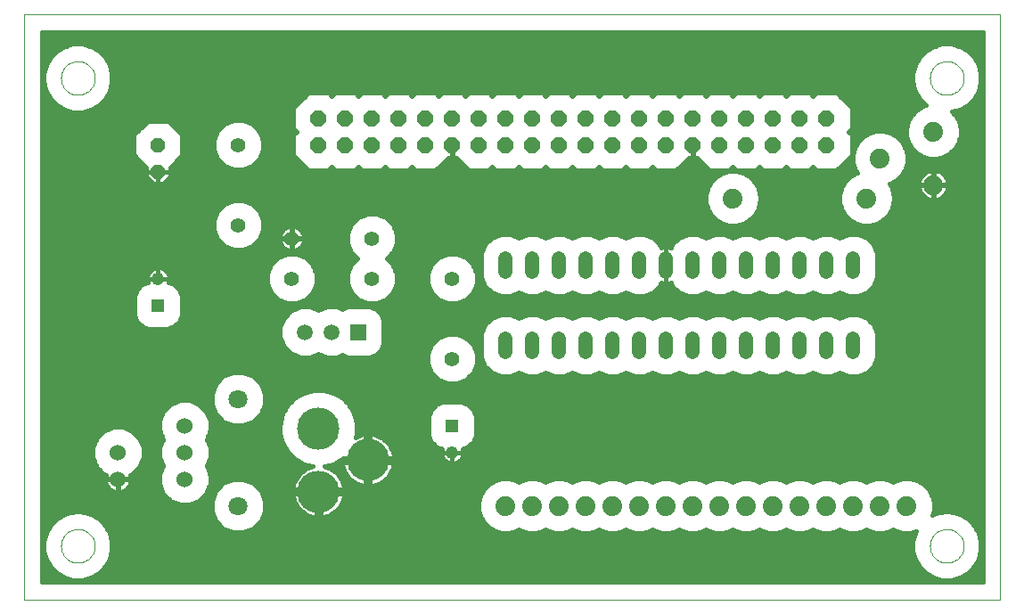
<source format=gtl>
G75*
%MOIN*%
%OFA0B0*%
%FSLAX24Y24*%
%IPPOS*%
%LPD*%
%AMOC8*
5,1,8,0,0,1.08239X$1,22.5*
%
%ADD10C,0.0000*%
%ADD11C,0.0600*%
%ADD12C,0.0554*%
%ADD13C,0.0476*%
%ADD14R,0.0476X0.0476*%
%ADD15OC8,0.0520*%
%ADD16R,0.0594X0.0594*%
%ADD17C,0.0594*%
%ADD18C,0.1580*%
%ADD19C,0.0709*%
%ADD20C,0.0520*%
%ADD21OC8,0.0600*%
%ADD22C,0.0740*%
%ADD23C,0.0160*%
%ADD24R,0.0396X0.0396*%
D10*
X000180Y000680D02*
X000180Y022550D01*
X036672Y022550D01*
X036672Y000680D01*
X000180Y000680D01*
X001550Y002680D02*
X001552Y002730D01*
X001558Y002780D01*
X001568Y002829D01*
X001582Y002877D01*
X001599Y002924D01*
X001620Y002969D01*
X001645Y003013D01*
X001673Y003054D01*
X001705Y003093D01*
X001739Y003130D01*
X001776Y003164D01*
X001816Y003194D01*
X001858Y003221D01*
X001902Y003245D01*
X001948Y003266D01*
X001995Y003282D01*
X002043Y003295D01*
X002093Y003304D01*
X002142Y003309D01*
X002193Y003310D01*
X002243Y003307D01*
X002292Y003300D01*
X002341Y003289D01*
X002389Y003274D01*
X002435Y003256D01*
X002480Y003234D01*
X002523Y003208D01*
X002564Y003179D01*
X002603Y003147D01*
X002639Y003112D01*
X002671Y003074D01*
X002701Y003034D01*
X002728Y002991D01*
X002751Y002947D01*
X002770Y002901D01*
X002786Y002853D01*
X002798Y002804D01*
X002806Y002755D01*
X002810Y002705D01*
X002810Y002655D01*
X002806Y002605D01*
X002798Y002556D01*
X002786Y002507D01*
X002770Y002459D01*
X002751Y002413D01*
X002728Y002369D01*
X002701Y002326D01*
X002671Y002286D01*
X002639Y002248D01*
X002603Y002213D01*
X002564Y002181D01*
X002523Y002152D01*
X002480Y002126D01*
X002435Y002104D01*
X002389Y002086D01*
X002341Y002071D01*
X002292Y002060D01*
X002243Y002053D01*
X002193Y002050D01*
X002142Y002051D01*
X002093Y002056D01*
X002043Y002065D01*
X001995Y002078D01*
X001948Y002094D01*
X001902Y002115D01*
X001858Y002139D01*
X001816Y002166D01*
X001776Y002196D01*
X001739Y002230D01*
X001705Y002267D01*
X001673Y002306D01*
X001645Y002347D01*
X001620Y002391D01*
X001599Y002436D01*
X001582Y002483D01*
X001568Y002531D01*
X001558Y002580D01*
X001552Y002630D01*
X001550Y002680D01*
X001550Y020180D02*
X001552Y020230D01*
X001558Y020280D01*
X001568Y020329D01*
X001582Y020377D01*
X001599Y020424D01*
X001620Y020469D01*
X001645Y020513D01*
X001673Y020554D01*
X001705Y020593D01*
X001739Y020630D01*
X001776Y020664D01*
X001816Y020694D01*
X001858Y020721D01*
X001902Y020745D01*
X001948Y020766D01*
X001995Y020782D01*
X002043Y020795D01*
X002093Y020804D01*
X002142Y020809D01*
X002193Y020810D01*
X002243Y020807D01*
X002292Y020800D01*
X002341Y020789D01*
X002389Y020774D01*
X002435Y020756D01*
X002480Y020734D01*
X002523Y020708D01*
X002564Y020679D01*
X002603Y020647D01*
X002639Y020612D01*
X002671Y020574D01*
X002701Y020534D01*
X002728Y020491D01*
X002751Y020447D01*
X002770Y020401D01*
X002786Y020353D01*
X002798Y020304D01*
X002806Y020255D01*
X002810Y020205D01*
X002810Y020155D01*
X002806Y020105D01*
X002798Y020056D01*
X002786Y020007D01*
X002770Y019959D01*
X002751Y019913D01*
X002728Y019869D01*
X002701Y019826D01*
X002671Y019786D01*
X002639Y019748D01*
X002603Y019713D01*
X002564Y019681D01*
X002523Y019652D01*
X002480Y019626D01*
X002435Y019604D01*
X002389Y019586D01*
X002341Y019571D01*
X002292Y019560D01*
X002243Y019553D01*
X002193Y019550D01*
X002142Y019551D01*
X002093Y019556D01*
X002043Y019565D01*
X001995Y019578D01*
X001948Y019594D01*
X001902Y019615D01*
X001858Y019639D01*
X001816Y019666D01*
X001776Y019696D01*
X001739Y019730D01*
X001705Y019767D01*
X001673Y019806D01*
X001645Y019847D01*
X001620Y019891D01*
X001599Y019936D01*
X001582Y019983D01*
X001568Y020031D01*
X001558Y020080D01*
X001552Y020130D01*
X001550Y020180D01*
X034050Y020180D02*
X034052Y020230D01*
X034058Y020280D01*
X034068Y020329D01*
X034082Y020377D01*
X034099Y020424D01*
X034120Y020469D01*
X034145Y020513D01*
X034173Y020554D01*
X034205Y020593D01*
X034239Y020630D01*
X034276Y020664D01*
X034316Y020694D01*
X034358Y020721D01*
X034402Y020745D01*
X034448Y020766D01*
X034495Y020782D01*
X034543Y020795D01*
X034593Y020804D01*
X034642Y020809D01*
X034693Y020810D01*
X034743Y020807D01*
X034792Y020800D01*
X034841Y020789D01*
X034889Y020774D01*
X034935Y020756D01*
X034980Y020734D01*
X035023Y020708D01*
X035064Y020679D01*
X035103Y020647D01*
X035139Y020612D01*
X035171Y020574D01*
X035201Y020534D01*
X035228Y020491D01*
X035251Y020447D01*
X035270Y020401D01*
X035286Y020353D01*
X035298Y020304D01*
X035306Y020255D01*
X035310Y020205D01*
X035310Y020155D01*
X035306Y020105D01*
X035298Y020056D01*
X035286Y020007D01*
X035270Y019959D01*
X035251Y019913D01*
X035228Y019869D01*
X035201Y019826D01*
X035171Y019786D01*
X035139Y019748D01*
X035103Y019713D01*
X035064Y019681D01*
X035023Y019652D01*
X034980Y019626D01*
X034935Y019604D01*
X034889Y019586D01*
X034841Y019571D01*
X034792Y019560D01*
X034743Y019553D01*
X034693Y019550D01*
X034642Y019551D01*
X034593Y019556D01*
X034543Y019565D01*
X034495Y019578D01*
X034448Y019594D01*
X034402Y019615D01*
X034358Y019639D01*
X034316Y019666D01*
X034276Y019696D01*
X034239Y019730D01*
X034205Y019767D01*
X034173Y019806D01*
X034145Y019847D01*
X034120Y019891D01*
X034099Y019936D01*
X034082Y019983D01*
X034068Y020031D01*
X034058Y020080D01*
X034052Y020130D01*
X034050Y020180D01*
X034050Y002680D02*
X034052Y002730D01*
X034058Y002780D01*
X034068Y002829D01*
X034082Y002877D01*
X034099Y002924D01*
X034120Y002969D01*
X034145Y003013D01*
X034173Y003054D01*
X034205Y003093D01*
X034239Y003130D01*
X034276Y003164D01*
X034316Y003194D01*
X034358Y003221D01*
X034402Y003245D01*
X034448Y003266D01*
X034495Y003282D01*
X034543Y003295D01*
X034593Y003304D01*
X034642Y003309D01*
X034693Y003310D01*
X034743Y003307D01*
X034792Y003300D01*
X034841Y003289D01*
X034889Y003274D01*
X034935Y003256D01*
X034980Y003234D01*
X035023Y003208D01*
X035064Y003179D01*
X035103Y003147D01*
X035139Y003112D01*
X035171Y003074D01*
X035201Y003034D01*
X035228Y002991D01*
X035251Y002947D01*
X035270Y002901D01*
X035286Y002853D01*
X035298Y002804D01*
X035306Y002755D01*
X035310Y002705D01*
X035310Y002655D01*
X035306Y002605D01*
X035298Y002556D01*
X035286Y002507D01*
X035270Y002459D01*
X035251Y002413D01*
X035228Y002369D01*
X035201Y002326D01*
X035171Y002286D01*
X035139Y002248D01*
X035103Y002213D01*
X035064Y002181D01*
X035023Y002152D01*
X034980Y002126D01*
X034935Y002104D01*
X034889Y002086D01*
X034841Y002071D01*
X034792Y002060D01*
X034743Y002053D01*
X034693Y002050D01*
X034642Y002051D01*
X034593Y002056D01*
X034543Y002065D01*
X034495Y002078D01*
X034448Y002094D01*
X034402Y002115D01*
X034358Y002139D01*
X034316Y002166D01*
X034276Y002196D01*
X034239Y002230D01*
X034205Y002267D01*
X034173Y002306D01*
X034145Y002347D01*
X034120Y002391D01*
X034099Y002436D01*
X034082Y002483D01*
X034068Y002531D01*
X034058Y002580D01*
X034052Y002630D01*
X034050Y002680D01*
D11*
X006180Y005180D03*
X006180Y006180D03*
X006180Y007180D03*
X003680Y006180D03*
X003680Y005180D03*
D12*
X010180Y012680D03*
X010180Y014180D03*
X008180Y014680D03*
X008180Y017680D03*
X013180Y014180D03*
X013180Y012680D03*
X016180Y012680D03*
X016180Y009680D03*
D13*
X016180Y006180D03*
X005180Y012680D03*
D14*
X005180Y011680D03*
X016180Y007180D03*
D15*
X005180Y016680D03*
X005180Y017680D03*
D16*
X012680Y010680D03*
D17*
X011680Y010680D03*
X010680Y010680D03*
D18*
X011180Y007074D03*
X013030Y005893D03*
X011180Y004711D03*
D19*
X008180Y004180D03*
X008180Y008180D03*
D20*
X018180Y009920D02*
X018180Y010440D01*
X019180Y010440D02*
X019180Y009920D01*
X020180Y009920D02*
X020180Y010440D01*
X021180Y010440D02*
X021180Y009920D01*
X022180Y009920D02*
X022180Y010440D01*
X023180Y010440D02*
X023180Y009920D01*
X024180Y009920D02*
X024180Y010440D01*
X025180Y010440D02*
X025180Y009920D01*
X026180Y009920D02*
X026180Y010440D01*
X027180Y010440D02*
X027180Y009920D01*
X028180Y009920D02*
X028180Y010440D01*
X029180Y010440D02*
X029180Y009920D01*
X030180Y009920D02*
X030180Y010440D01*
X031180Y010440D02*
X031180Y009920D01*
X031180Y012920D02*
X031180Y013440D01*
X030180Y013440D02*
X030180Y012920D01*
X029180Y012920D02*
X029180Y013440D01*
X028180Y013440D02*
X028180Y012920D01*
X027180Y012920D02*
X027180Y013440D01*
X026180Y013440D02*
X026180Y012920D01*
X025180Y012920D02*
X025180Y013440D01*
X024180Y013440D02*
X024180Y012920D01*
X023180Y012920D02*
X023180Y013440D01*
X022180Y013440D02*
X022180Y012920D01*
X021180Y012920D02*
X021180Y013440D01*
X020180Y013440D02*
X020180Y012920D01*
X019180Y012920D02*
X019180Y013440D01*
X018180Y013440D02*
X018180Y012920D01*
D21*
X018180Y017680D03*
X017180Y017680D03*
X016180Y017680D03*
X015180Y017680D03*
X014180Y017680D03*
X013180Y017680D03*
X012180Y017680D03*
X011180Y017680D03*
X011180Y018680D03*
X012180Y018680D03*
X013180Y018680D03*
X014180Y018680D03*
X015180Y018680D03*
X016180Y018680D03*
X017180Y018680D03*
X018180Y018680D03*
X019180Y018680D03*
X020180Y018680D03*
X021180Y018680D03*
X022180Y018680D03*
X023180Y018680D03*
X024180Y018680D03*
X025180Y018680D03*
X026180Y018680D03*
X027180Y018680D03*
X028180Y018680D03*
X029180Y018680D03*
X030180Y018680D03*
X030180Y017680D03*
X029180Y017680D03*
X028180Y017680D03*
X027180Y017680D03*
X026180Y017680D03*
X025180Y017680D03*
X024180Y017680D03*
X023180Y017680D03*
X022180Y017680D03*
X021180Y017680D03*
X020180Y017680D03*
X019180Y017680D03*
D22*
X026680Y015680D03*
X031680Y015680D03*
X032180Y017180D03*
X034180Y016180D03*
X034180Y018180D03*
X033180Y004180D03*
X032180Y004180D03*
X031180Y004180D03*
X030180Y004180D03*
X029180Y004180D03*
X028180Y004180D03*
X027180Y004180D03*
X026180Y004180D03*
X025180Y004180D03*
X024180Y004180D03*
X023180Y004180D03*
X022180Y004180D03*
X021180Y004180D03*
X020180Y004180D03*
X019180Y004180D03*
X018180Y004180D03*
D23*
X017331Y003631D02*
X009029Y003631D01*
X009023Y003617D02*
X009174Y003982D01*
X009174Y004378D01*
X009023Y004743D01*
X008743Y005023D01*
X008378Y005174D01*
X007982Y005174D01*
X007617Y005023D01*
X007337Y004743D01*
X007186Y004378D01*
X007186Y003982D01*
X007337Y003617D01*
X007617Y003337D01*
X007982Y003186D01*
X008378Y003186D01*
X008743Y003337D01*
X009023Y003617D01*
X009095Y003790D02*
X010878Y003790D01*
X010911Y003778D02*
X011017Y003754D01*
X011100Y003744D01*
X011100Y004631D01*
X011260Y004631D01*
X011260Y003744D01*
X011343Y003754D01*
X011449Y003778D01*
X011552Y003814D01*
X011650Y003861D01*
X011742Y003919D01*
X011827Y003987D01*
X011904Y004064D01*
X011972Y004149D01*
X012030Y004242D01*
X012078Y004340D01*
X012114Y004443D01*
X012138Y004549D01*
X012147Y004631D01*
X011260Y004631D01*
X011260Y004791D01*
X012147Y004791D01*
X012138Y004874D01*
X012114Y004980D01*
X012078Y005083D01*
X012030Y005181D01*
X011972Y005274D01*
X011904Y005359D01*
X011827Y005436D01*
X011742Y005504D01*
X011650Y005562D01*
X011552Y005609D01*
X011449Y005645D01*
X011408Y005654D01*
X011732Y005741D01*
X012058Y005929D01*
X012101Y005973D01*
X012950Y005973D01*
X012950Y006860D01*
X012868Y006850D01*
X012761Y006826D01*
X012659Y006790D01*
X012573Y006749D01*
X012610Y006885D01*
X012610Y007262D01*
X012513Y007626D01*
X012324Y007952D01*
X012058Y008218D01*
X011732Y008406D01*
X011368Y008504D01*
X010992Y008504D01*
X010628Y008406D01*
X010302Y008218D01*
X010036Y007952D01*
X009847Y007626D01*
X009750Y007262D01*
X009750Y006885D01*
X009847Y006522D01*
X010036Y006196D01*
X010302Y005929D01*
X010628Y005741D01*
X010952Y005654D01*
X010911Y005645D01*
X010808Y005609D01*
X010710Y005562D01*
X010618Y005504D01*
X010533Y005436D01*
X010456Y005359D01*
X010388Y005274D01*
X010330Y005181D01*
X010282Y005083D01*
X010246Y004980D01*
X010222Y004874D01*
X010213Y004791D01*
X011100Y004791D01*
X011100Y004631D01*
X010213Y004631D01*
X010222Y004549D01*
X010246Y004443D01*
X010282Y004340D01*
X010330Y004242D01*
X010388Y004149D01*
X010456Y004064D01*
X010533Y003987D01*
X010618Y003919D01*
X010710Y003861D01*
X010808Y003814D01*
X010911Y003778D01*
X011100Y003790D02*
X011260Y003790D01*
X011260Y003948D02*
X011100Y003948D01*
X011100Y004107D02*
X011260Y004107D01*
X011260Y004265D02*
X011100Y004265D01*
X011100Y004424D02*
X011260Y004424D01*
X011260Y004582D02*
X011100Y004582D01*
X011100Y004741D02*
X009024Y004741D01*
X009090Y004582D02*
X010218Y004582D01*
X010253Y004424D02*
X009155Y004424D01*
X009174Y004265D02*
X010318Y004265D01*
X010422Y004107D02*
X009174Y004107D01*
X009160Y003948D02*
X010582Y003948D01*
X011482Y003790D02*
X017239Y003790D01*
X017372Y003560D01*
X017560Y003372D01*
X017790Y003239D01*
X018047Y003170D01*
X018313Y003170D01*
X018570Y003239D01*
X018680Y003302D01*
X018790Y003239D01*
X019047Y003170D01*
X019313Y003170D01*
X019570Y003239D01*
X019680Y003302D01*
X019790Y003239D01*
X020047Y003170D01*
X020313Y003170D01*
X020570Y003239D01*
X020680Y003302D01*
X020790Y003239D01*
X021047Y003170D01*
X021313Y003170D01*
X021570Y003239D01*
X021680Y003302D01*
X021790Y003239D01*
X022047Y003170D01*
X022313Y003170D01*
X022570Y003239D01*
X022680Y003302D01*
X022790Y003239D01*
X023047Y003170D01*
X023313Y003170D01*
X023570Y003239D01*
X023680Y003302D01*
X023790Y003239D01*
X024047Y003170D01*
X024313Y003170D01*
X024570Y003239D01*
X024680Y003302D01*
X024790Y003239D01*
X025047Y003170D01*
X025313Y003170D01*
X025570Y003239D01*
X025680Y003302D01*
X025790Y003239D01*
X026047Y003170D01*
X026313Y003170D01*
X026570Y003239D01*
X026680Y003302D01*
X026790Y003239D01*
X027047Y003170D01*
X027313Y003170D01*
X027570Y003239D01*
X027680Y003302D01*
X027790Y003239D01*
X028047Y003170D01*
X028313Y003170D01*
X028570Y003239D01*
X028680Y003302D01*
X028790Y003239D01*
X029047Y003170D01*
X029313Y003170D01*
X029570Y003239D01*
X029680Y003302D01*
X029790Y003239D01*
X030047Y003170D01*
X030313Y003170D01*
X030570Y003239D01*
X030680Y003302D01*
X030790Y003239D01*
X031047Y003170D01*
X031313Y003170D01*
X031570Y003239D01*
X031680Y003302D01*
X031790Y003239D01*
X032047Y003170D01*
X032313Y003170D01*
X032570Y003239D01*
X032680Y003302D01*
X032790Y003239D01*
X033047Y003170D01*
X033313Y003170D01*
X033530Y003228D01*
X033497Y003170D01*
X033410Y002847D01*
X033410Y002513D01*
X033497Y002190D01*
X033664Y001900D01*
X033900Y001664D01*
X034190Y001497D01*
X034513Y001410D01*
X034847Y001410D01*
X035170Y001497D01*
X035460Y001664D01*
X035696Y001900D01*
X035863Y002190D01*
X035950Y002513D01*
X035950Y002847D01*
X035863Y003170D01*
X035696Y003460D01*
X035460Y003696D01*
X035170Y003863D01*
X034847Y003950D01*
X034513Y003950D01*
X034190Y003863D01*
X034132Y003830D01*
X034190Y004047D01*
X034190Y004313D01*
X034121Y004570D01*
X033988Y004800D01*
X033800Y004988D01*
X033570Y005121D01*
X033313Y005190D01*
X033047Y005190D01*
X032790Y005121D01*
X032680Y005058D01*
X032570Y005121D01*
X032313Y005190D01*
X032047Y005190D01*
X031790Y005121D01*
X031680Y005058D01*
X031570Y005121D01*
X031313Y005190D01*
X031047Y005190D01*
X030790Y005121D01*
X030680Y005058D01*
X030570Y005121D01*
X030313Y005190D01*
X030047Y005190D01*
X029790Y005121D01*
X029680Y005058D01*
X029570Y005121D01*
X029313Y005190D01*
X029047Y005190D01*
X028790Y005121D01*
X028680Y005058D01*
X028570Y005121D01*
X028313Y005190D01*
X028047Y005190D01*
X027790Y005121D01*
X027680Y005058D01*
X027570Y005121D01*
X027313Y005190D01*
X027047Y005190D01*
X026790Y005121D01*
X026680Y005058D01*
X026570Y005121D01*
X026313Y005190D01*
X026047Y005190D01*
X025790Y005121D01*
X025680Y005058D01*
X025570Y005121D01*
X025313Y005190D01*
X025047Y005190D01*
X024790Y005121D01*
X024680Y005058D01*
X024570Y005121D01*
X024313Y005190D01*
X024047Y005190D01*
X023790Y005121D01*
X023680Y005058D01*
X023570Y005121D01*
X023313Y005190D01*
X023047Y005190D01*
X022790Y005121D01*
X022680Y005058D01*
X022570Y005121D01*
X022313Y005190D01*
X022047Y005190D01*
X021790Y005121D01*
X021680Y005058D01*
X021570Y005121D01*
X021313Y005190D01*
X021047Y005190D01*
X020790Y005121D01*
X020680Y005058D01*
X020570Y005121D01*
X020313Y005190D01*
X020047Y005190D01*
X019790Y005121D01*
X019680Y005058D01*
X019570Y005121D01*
X019313Y005190D01*
X019047Y005190D01*
X018790Y005121D01*
X018680Y005058D01*
X018570Y005121D01*
X018313Y005190D01*
X018047Y005190D01*
X017790Y005121D01*
X017560Y004988D01*
X017372Y004800D01*
X017239Y004570D01*
X017170Y004313D01*
X017170Y004047D01*
X017239Y003790D01*
X017197Y003948D02*
X011778Y003948D01*
X011938Y004107D02*
X017170Y004107D01*
X017170Y004265D02*
X012042Y004265D01*
X012107Y004424D02*
X017200Y004424D01*
X017246Y004582D02*
X012142Y004582D01*
X012132Y004899D02*
X017471Y004899D01*
X017337Y004741D02*
X011260Y004741D01*
X012087Y005058D02*
X012536Y005058D01*
X012560Y005042D02*
X012659Y004995D01*
X012761Y004959D01*
X012868Y004935D01*
X012950Y004925D01*
X012950Y005813D01*
X012063Y005813D01*
X012073Y005730D01*
X012097Y005624D01*
X012133Y005521D01*
X012180Y005423D01*
X012238Y005330D01*
X012306Y005245D01*
X012383Y005168D01*
X012468Y005100D01*
X012560Y005042D01*
X012335Y005216D02*
X012009Y005216D01*
X011889Y005375D02*
X012210Y005375D01*
X012129Y005533D02*
X011696Y005533D01*
X011547Y005692D02*
X012081Y005692D01*
X011920Y005850D02*
X012950Y005850D01*
X012950Y005813D02*
X012950Y005973D01*
X013110Y005973D01*
X013110Y006860D01*
X013193Y006850D01*
X013299Y006826D01*
X013402Y006790D01*
X013500Y006743D01*
X013593Y006685D01*
X013678Y006617D01*
X013755Y006540D01*
X013823Y006455D01*
X013881Y006363D01*
X013928Y006264D01*
X013964Y006162D01*
X013988Y006055D01*
X013998Y005973D01*
X013110Y005973D01*
X013110Y005813D01*
X013998Y005813D01*
X013988Y005730D01*
X013964Y005624D01*
X013928Y005521D01*
X013881Y005423D01*
X013823Y005330D01*
X013755Y005245D01*
X013678Y005168D01*
X013593Y005100D01*
X013500Y005042D01*
X013402Y004995D01*
X013299Y004959D01*
X013193Y004935D01*
X013110Y004925D01*
X013110Y005813D01*
X012950Y005813D01*
X012950Y005692D02*
X013110Y005692D01*
X013110Y005850D02*
X015923Y005850D01*
X015908Y005861D02*
X015961Y005823D01*
X016020Y005793D01*
X016082Y005772D01*
X016147Y005762D01*
X016180Y005762D01*
X016213Y005762D01*
X016278Y005772D01*
X016340Y005793D01*
X016399Y005823D01*
X016452Y005861D01*
X016499Y005908D01*
X016537Y005961D01*
X016567Y006020D01*
X016588Y006082D01*
X016598Y006147D01*
X016598Y006180D01*
X016598Y006213D01*
X016588Y006278D01*
X016575Y006315D01*
X016780Y006400D01*
X016960Y006580D01*
X017058Y006815D01*
X017058Y007545D01*
X016960Y007780D01*
X016780Y007960D01*
X016545Y008058D01*
X015815Y008058D01*
X015580Y007960D01*
X015400Y007780D01*
X015302Y007545D01*
X015302Y006815D01*
X015400Y006580D01*
X015580Y006400D01*
X015785Y006315D01*
X015772Y006278D01*
X015762Y006213D01*
X015762Y006180D01*
X015762Y006147D01*
X015772Y006082D01*
X015793Y006020D01*
X015823Y005961D01*
X015861Y005908D01*
X015908Y005861D01*
X015798Y006009D02*
X013993Y006009D01*
X013962Y006167D02*
X015762Y006167D01*
X015762Y006180D02*
X016180Y006180D01*
X016598Y006180D01*
X016180Y006180D01*
X016180Y006180D01*
X016180Y006180D01*
X015762Y006180D01*
X015759Y006326D02*
X013899Y006326D01*
X013799Y006484D02*
X015495Y006484D01*
X015374Y006643D02*
X013646Y006643D01*
X013371Y006801D02*
X015308Y006801D01*
X015302Y006960D02*
X012610Y006960D01*
X012610Y007118D02*
X015302Y007118D01*
X015302Y007277D02*
X012606Y007277D01*
X012564Y007435D02*
X015302Y007435D01*
X015322Y007594D02*
X012521Y007594D01*
X012440Y007752D02*
X015388Y007752D01*
X015530Y007911D02*
X012348Y007911D01*
X012207Y008069D02*
X036032Y008069D01*
X036032Y007911D02*
X016830Y007911D01*
X016972Y007752D02*
X036032Y007752D01*
X036032Y007594D02*
X017038Y007594D01*
X017058Y007435D02*
X036032Y007435D01*
X036032Y007277D02*
X017058Y007277D01*
X017058Y007118D02*
X036032Y007118D01*
X036032Y006960D02*
X017058Y006960D01*
X017052Y006801D02*
X036032Y006801D01*
X036032Y006643D02*
X016986Y006643D01*
X016865Y006484D02*
X036032Y006484D01*
X036032Y006326D02*
X016601Y006326D01*
X016598Y006167D02*
X036032Y006167D01*
X036032Y006009D02*
X016562Y006009D01*
X016437Y005850D02*
X036032Y005850D01*
X036032Y005692D02*
X013979Y005692D01*
X013932Y005533D02*
X036032Y005533D01*
X036032Y005375D02*
X013850Y005375D01*
X013726Y005216D02*
X036032Y005216D01*
X036032Y005058D02*
X033680Y005058D01*
X033889Y004899D02*
X036032Y004899D01*
X036032Y004741D02*
X034023Y004741D01*
X034114Y004582D02*
X036032Y004582D01*
X036032Y004424D02*
X034160Y004424D01*
X034190Y004265D02*
X036032Y004265D01*
X036032Y004107D02*
X034190Y004107D01*
X034163Y003948D02*
X034506Y003948D01*
X034854Y003948D02*
X036032Y003948D01*
X036032Y003790D02*
X035298Y003790D01*
X035525Y003631D02*
X036032Y003631D01*
X036032Y003473D02*
X035683Y003473D01*
X035780Y003314D02*
X036032Y003314D01*
X036032Y003156D02*
X035867Y003156D01*
X035910Y002997D02*
X036032Y002997D01*
X036032Y002839D02*
X035950Y002839D01*
X035950Y002680D02*
X036032Y002680D01*
X036032Y002521D02*
X035950Y002521D01*
X035910Y002363D02*
X036032Y002363D01*
X036032Y002204D02*
X035867Y002204D01*
X035780Y002046D02*
X036032Y002046D01*
X036032Y001887D02*
X035683Y001887D01*
X035525Y001729D02*
X036032Y001729D01*
X036032Y001570D02*
X035298Y001570D01*
X034854Y001412D02*
X036032Y001412D01*
X036032Y001320D02*
X036032Y021910D01*
X000820Y021910D01*
X000820Y001320D01*
X036032Y001320D01*
X034506Y001412D02*
X002354Y001412D01*
X002347Y001410D02*
X002670Y001497D01*
X002960Y001664D01*
X003196Y001900D01*
X003363Y002190D01*
X003450Y002513D01*
X003450Y002847D01*
X003363Y003170D01*
X003196Y003460D01*
X002960Y003696D01*
X002670Y003863D01*
X002347Y003950D01*
X002013Y003950D01*
X001690Y003863D01*
X001400Y003696D01*
X001164Y003460D01*
X000997Y003170D01*
X000910Y002847D01*
X000910Y002513D01*
X000997Y002190D01*
X001164Y001900D01*
X001400Y001664D01*
X001690Y001497D01*
X002013Y001410D01*
X002347Y001410D01*
X002006Y001412D02*
X000820Y001412D01*
X000820Y001570D02*
X001562Y001570D01*
X001335Y001729D02*
X000820Y001729D01*
X000820Y001887D02*
X001177Y001887D01*
X001080Y002046D02*
X000820Y002046D01*
X000820Y002204D02*
X000993Y002204D01*
X000950Y002363D02*
X000820Y002363D01*
X000820Y002521D02*
X000910Y002521D01*
X000910Y002680D02*
X000820Y002680D01*
X000820Y002839D02*
X000910Y002839D01*
X000950Y002997D02*
X000820Y002997D01*
X000820Y003156D02*
X000993Y003156D01*
X001080Y003314D02*
X000820Y003314D01*
X000820Y003473D02*
X001177Y003473D01*
X001335Y003631D02*
X000820Y003631D01*
X000820Y003790D02*
X001562Y003790D01*
X002006Y003948D02*
X000820Y003948D01*
X000820Y004107D02*
X007186Y004107D01*
X007186Y004265D02*
X006427Y004265D01*
X006367Y004240D02*
X006712Y004383D01*
X006977Y004648D01*
X007120Y004993D01*
X007120Y005367D01*
X006990Y005680D01*
X007120Y005993D01*
X007120Y006367D01*
X006990Y006680D01*
X007120Y006993D01*
X007120Y007367D01*
X006977Y007712D01*
X006712Y007977D01*
X006367Y008120D01*
X005993Y008120D01*
X005648Y007977D01*
X005383Y007712D01*
X005240Y007367D01*
X005240Y006993D01*
X005370Y006680D01*
X005240Y006367D01*
X005240Y005993D01*
X005370Y005680D01*
X005240Y005367D01*
X005240Y004993D01*
X005383Y004648D01*
X005648Y004383D01*
X005993Y004240D01*
X006367Y004240D01*
X006753Y004424D02*
X007205Y004424D01*
X007270Y004582D02*
X006911Y004582D01*
X007015Y004741D02*
X007336Y004741D01*
X007493Y004899D02*
X007081Y004899D01*
X007120Y005058D02*
X007700Y005058D01*
X007120Y005216D02*
X010351Y005216D01*
X010273Y005058D02*
X008660Y005058D01*
X008867Y004899D02*
X010228Y004899D01*
X010471Y005375D02*
X007117Y005375D01*
X007051Y005533D02*
X010664Y005533D01*
X010813Y005692D02*
X006995Y005692D01*
X007061Y005850D02*
X010440Y005850D01*
X010223Y006009D02*
X007120Y006009D01*
X007120Y006167D02*
X010064Y006167D01*
X009961Y006326D02*
X007120Y006326D01*
X007072Y006484D02*
X009869Y006484D01*
X009815Y006643D02*
X007006Y006643D01*
X007040Y006801D02*
X009773Y006801D01*
X009750Y006960D02*
X007106Y006960D01*
X007120Y007118D02*
X009750Y007118D01*
X009754Y007277D02*
X008597Y007277D01*
X008743Y007337D02*
X009023Y007617D01*
X009174Y007982D01*
X009174Y008378D01*
X009023Y008743D01*
X008743Y009023D01*
X008378Y009174D01*
X007982Y009174D01*
X007617Y009023D01*
X007337Y008743D01*
X007186Y008378D01*
X007186Y007982D01*
X007337Y007617D01*
X007617Y007337D01*
X007982Y007186D01*
X008378Y007186D01*
X008743Y007337D01*
X008841Y007435D02*
X009796Y007435D01*
X009839Y007594D02*
X009000Y007594D01*
X009079Y007752D02*
X009920Y007752D01*
X010012Y007911D02*
X009145Y007911D01*
X009174Y008069D02*
X010153Y008069D01*
X010318Y008228D02*
X009174Y008228D01*
X009171Y008386D02*
X010593Y008386D01*
X011767Y008386D02*
X036032Y008386D01*
X036032Y008228D02*
X012042Y008228D01*
X011866Y009743D02*
X011494Y009743D01*
X011180Y009873D01*
X010866Y009743D01*
X010494Y009743D01*
X010149Y009886D01*
X009886Y010149D01*
X009743Y010494D01*
X009743Y010866D01*
X009886Y011211D01*
X010149Y011474D01*
X010494Y011617D01*
X010866Y011617D01*
X011180Y011487D01*
X011494Y011617D01*
X011866Y011617D01*
X012061Y011536D01*
X012256Y011617D01*
X013104Y011617D01*
X013339Y011519D01*
X013519Y011339D01*
X013617Y011104D01*
X013617Y010256D01*
X013519Y010021D01*
X013339Y009841D01*
X013104Y009743D01*
X012256Y009743D01*
X012061Y009824D01*
X011866Y009743D01*
X012034Y009813D02*
X012088Y009813D01*
X011326Y009813D02*
X011034Y009813D01*
X010326Y009813D02*
X000820Y009813D01*
X000820Y009971D02*
X010064Y009971D01*
X009906Y010130D02*
X000820Y010130D01*
X000820Y010288D02*
X009828Y010288D01*
X009763Y010447D02*
X000820Y010447D01*
X000820Y010605D02*
X009743Y010605D01*
X009743Y010764D02*
X000820Y010764D01*
X000820Y010922D02*
X004557Y010922D01*
X004580Y010900D02*
X004815Y010802D01*
X005545Y010802D01*
X005780Y010900D01*
X005960Y011080D01*
X006058Y011315D01*
X006058Y012045D01*
X005960Y012280D01*
X005780Y012460D01*
X005575Y012545D01*
X005588Y012582D01*
X005598Y012647D01*
X005598Y012680D01*
X005598Y012713D01*
X005588Y012778D01*
X005567Y012840D01*
X005537Y012899D01*
X005499Y012952D01*
X005452Y012999D01*
X005399Y013037D01*
X005340Y013067D01*
X005278Y013088D01*
X005213Y013098D01*
X005180Y013098D01*
X005147Y013098D01*
X005082Y013088D01*
X005020Y013067D01*
X004961Y013037D01*
X004908Y012999D01*
X004861Y012952D01*
X004823Y012899D01*
X004793Y012840D01*
X004772Y012778D01*
X004762Y012713D01*
X004762Y012680D01*
X004762Y012647D01*
X004772Y012582D01*
X004785Y012545D01*
X004580Y012460D01*
X004400Y012280D01*
X004302Y012045D01*
X004302Y011315D01*
X004400Y011080D01*
X004580Y010900D01*
X004399Y011081D02*
X000820Y011081D01*
X000820Y011239D02*
X004334Y011239D01*
X004302Y011398D02*
X000820Y011398D01*
X000820Y011556D02*
X004302Y011556D01*
X004302Y011715D02*
X000820Y011715D01*
X000820Y011873D02*
X004302Y011873D01*
X004302Y012032D02*
X000820Y012032D01*
X000820Y012190D02*
X004362Y012190D01*
X004468Y012349D02*
X000820Y012349D01*
X000820Y012507D02*
X004692Y012507D01*
X004762Y012666D02*
X000820Y012666D01*
X000820Y012824D02*
X004787Y012824D01*
X004762Y012680D02*
X005180Y012680D01*
X005180Y012680D01*
X005180Y013098D01*
X005180Y012680D01*
X005598Y012680D01*
X005180Y012680D01*
X005180Y012680D01*
X005180Y012680D01*
X004762Y012680D01*
X004892Y012983D02*
X000820Y012983D01*
X000820Y013141D02*
X009378Y013141D01*
X009402Y013200D02*
X009263Y012862D01*
X009263Y012498D01*
X009402Y012160D01*
X009660Y011902D01*
X009998Y011763D01*
X010362Y011763D01*
X010700Y011902D01*
X010958Y012160D01*
X011097Y012498D01*
X011097Y012862D01*
X010958Y013200D01*
X010700Y013458D01*
X010362Y013597D01*
X009998Y013597D01*
X009660Y013458D01*
X009402Y013200D01*
X009502Y013300D02*
X000820Y013300D01*
X000820Y013458D02*
X009662Y013458D01*
X009940Y013789D02*
X010005Y013756D01*
X010073Y013734D01*
X010144Y013723D01*
X010171Y013723D01*
X010171Y014171D01*
X010189Y014171D01*
X010189Y014189D01*
X010637Y014189D01*
X010637Y014216D01*
X010626Y014287D01*
X010604Y014355D01*
X010571Y014420D01*
X010529Y014478D01*
X010478Y014529D01*
X010420Y014571D01*
X010355Y014604D01*
X010287Y014626D01*
X010216Y014637D01*
X010189Y014637D01*
X010189Y014189D01*
X010171Y014189D01*
X010171Y014637D01*
X010144Y014637D01*
X010073Y014626D01*
X010005Y014604D01*
X009940Y014571D01*
X009882Y014529D01*
X009831Y014478D01*
X009789Y014420D01*
X009756Y014355D01*
X009734Y014287D01*
X009723Y014216D01*
X009723Y014189D01*
X010171Y014189D01*
X010171Y014171D01*
X009723Y014171D01*
X009723Y014144D01*
X009734Y014073D01*
X009756Y014005D01*
X009789Y013940D01*
X009831Y013882D01*
X009882Y013831D01*
X009940Y013789D01*
X009968Y013775D02*
X008392Y013775D01*
X008362Y013763D02*
X008700Y013902D01*
X008958Y014160D01*
X009097Y014498D01*
X009097Y014862D01*
X008958Y015200D01*
X008700Y015458D01*
X008362Y015597D01*
X007998Y015597D01*
X007660Y015458D01*
X007402Y015200D01*
X007263Y014862D01*
X007263Y014498D01*
X007402Y014160D01*
X007660Y013902D01*
X007998Y013763D01*
X008362Y013763D01*
X007968Y013775D02*
X000820Y013775D01*
X000820Y013617D02*
X012446Y013617D01*
X012402Y013660D02*
X012633Y013430D01*
X012402Y013200D01*
X012263Y012862D01*
X012263Y012498D01*
X012402Y012160D01*
X012660Y011902D01*
X012998Y011763D01*
X013362Y011763D01*
X013700Y011902D01*
X013958Y012160D01*
X014097Y012498D01*
X014097Y012862D01*
X013958Y013200D01*
X013727Y013430D01*
X013958Y013660D01*
X014097Y013998D01*
X014097Y014362D01*
X013958Y014700D01*
X013700Y014958D01*
X013362Y015097D01*
X012998Y015097D01*
X012660Y014958D01*
X012402Y014700D01*
X012263Y014362D01*
X012263Y013998D01*
X012402Y013660D01*
X012355Y013775D02*
X010392Y013775D01*
X010420Y013789D02*
X010355Y013756D01*
X010287Y013734D01*
X010216Y013723D01*
X010189Y013723D01*
X010189Y014171D01*
X010637Y014171D01*
X010637Y014144D01*
X010626Y014073D01*
X010604Y014005D01*
X010571Y013940D01*
X010529Y013882D01*
X010478Y013831D01*
X010420Y013789D01*
X010566Y013934D02*
X012289Y013934D01*
X012263Y014092D02*
X010629Y014092D01*
X010632Y014251D02*
X012263Y014251D01*
X012282Y014409D02*
X010576Y014409D01*
X010424Y014568D02*
X012348Y014568D01*
X012429Y014726D02*
X009097Y014726D01*
X009097Y014568D02*
X009936Y014568D01*
X009784Y014409D02*
X009060Y014409D01*
X008995Y014251D02*
X009728Y014251D01*
X009731Y014092D02*
X008889Y014092D01*
X008731Y013934D02*
X009794Y013934D01*
X010171Y013934D02*
X010189Y013934D01*
X010189Y014092D02*
X010171Y014092D01*
X010171Y014251D02*
X010189Y014251D01*
X010189Y014409D02*
X010171Y014409D01*
X010171Y014568D02*
X010189Y014568D01*
X009088Y014885D02*
X012587Y014885D01*
X012867Y015043D02*
X009022Y015043D01*
X008956Y015202D02*
X025790Y015202D01*
X025739Y015290D02*
X025872Y015060D01*
X026060Y014872D01*
X026290Y014739D01*
X026547Y014670D01*
X026813Y014670D01*
X027070Y014739D01*
X027300Y014872D01*
X027488Y015060D01*
X027621Y015290D01*
X027690Y015547D01*
X027690Y015813D01*
X027621Y016070D01*
X027488Y016300D01*
X027300Y016488D01*
X027070Y016621D01*
X026813Y016690D01*
X026547Y016690D01*
X026290Y016621D01*
X026060Y016488D01*
X025872Y016300D01*
X025739Y016070D01*
X025670Y015813D01*
X025670Y015547D01*
X025739Y015290D01*
X025720Y015360D02*
X008797Y015360D01*
X008552Y015519D02*
X025678Y015519D01*
X025670Y015677D02*
X000820Y015677D01*
X000820Y015519D02*
X007808Y015519D01*
X007563Y015360D02*
X000820Y015360D01*
X000820Y015202D02*
X007404Y015202D01*
X007338Y015043D02*
X000820Y015043D01*
X000820Y014885D02*
X007272Y014885D01*
X007263Y014726D02*
X000820Y014726D01*
X000820Y014568D02*
X007263Y014568D01*
X007300Y014409D02*
X000820Y014409D01*
X000820Y014251D02*
X007365Y014251D01*
X007471Y014092D02*
X000820Y014092D01*
X000820Y013934D02*
X007629Y013934D01*
X009313Y012983D02*
X005468Y012983D01*
X005573Y012824D02*
X009263Y012824D01*
X009263Y012666D02*
X005598Y012666D01*
X005668Y012507D02*
X009263Y012507D01*
X009325Y012349D02*
X005892Y012349D01*
X005998Y012190D02*
X009390Y012190D01*
X009531Y012032D02*
X006058Y012032D01*
X006058Y011873D02*
X009732Y011873D01*
X010073Y011398D02*
X006058Y011398D01*
X006058Y011556D02*
X010347Y011556D01*
X010628Y011873D02*
X012732Y011873D01*
X012531Y012032D02*
X010829Y012032D01*
X010970Y012190D02*
X012390Y012190D01*
X012325Y012349D02*
X011035Y012349D01*
X011097Y012507D02*
X012263Y012507D01*
X012263Y012666D02*
X011097Y012666D01*
X011097Y012824D02*
X012263Y012824D01*
X012313Y012983D02*
X011047Y012983D01*
X010982Y013141D02*
X012378Y013141D01*
X012502Y013300D02*
X010858Y013300D01*
X010698Y013458D02*
X012605Y013458D01*
X013755Y013458D02*
X015662Y013458D01*
X015660Y013458D02*
X015402Y013200D01*
X015263Y012862D01*
X015263Y012498D01*
X015402Y012160D01*
X015660Y011902D01*
X015998Y011763D01*
X016362Y011763D01*
X016700Y011902D01*
X016958Y012160D01*
X017097Y012498D01*
X017097Y012862D01*
X016958Y013200D01*
X016700Y013458D01*
X016362Y013597D01*
X015998Y013597D01*
X015660Y013458D01*
X015502Y013300D02*
X013858Y013300D01*
X013982Y013141D02*
X015378Y013141D01*
X015313Y012983D02*
X014047Y012983D01*
X014097Y012824D02*
X015263Y012824D01*
X015263Y012666D02*
X014097Y012666D01*
X014097Y012507D02*
X015263Y012507D01*
X015325Y012349D02*
X014035Y012349D01*
X013970Y012190D02*
X015390Y012190D01*
X015531Y012032D02*
X013829Y012032D01*
X013628Y011873D02*
X015732Y011873D01*
X016628Y011873D02*
X036032Y011873D01*
X036032Y011715D02*
X006058Y011715D01*
X006026Y011239D02*
X009914Y011239D01*
X009832Y011081D02*
X005961Y011081D01*
X005803Y010922D02*
X009766Y010922D01*
X011013Y011556D02*
X011347Y011556D01*
X012013Y011556D02*
X012109Y011556D01*
X013251Y011556D02*
X036032Y011556D01*
X036032Y011398D02*
X013461Y011398D01*
X013561Y011239D02*
X017757Y011239D01*
X017670Y011203D02*
X018001Y011340D01*
X018359Y011340D01*
X018680Y011207D01*
X019001Y011340D01*
X019359Y011340D01*
X019680Y011207D01*
X020001Y011340D01*
X020359Y011340D01*
X020680Y011207D01*
X021001Y011340D01*
X021359Y011340D01*
X021680Y011207D01*
X022001Y011340D01*
X022359Y011340D01*
X022680Y011207D01*
X023001Y011340D01*
X023359Y011340D01*
X023680Y011207D01*
X024001Y011340D01*
X024359Y011340D01*
X024680Y011207D01*
X025001Y011340D01*
X025359Y011340D01*
X025680Y011207D01*
X026001Y011340D01*
X026359Y011340D01*
X026680Y011207D01*
X027001Y011340D01*
X027359Y011340D01*
X027680Y011207D01*
X028001Y011340D01*
X028359Y011340D01*
X028680Y011207D01*
X029001Y011340D01*
X029359Y011340D01*
X029680Y011207D01*
X030001Y011340D01*
X030359Y011340D01*
X030680Y011207D01*
X031001Y011340D01*
X031359Y011340D01*
X031690Y011203D01*
X031943Y010950D01*
X032080Y010619D01*
X032080Y009741D01*
X031943Y009410D01*
X031690Y009157D01*
X031359Y009020D01*
X031001Y009020D01*
X030680Y009153D01*
X030359Y009020D01*
X030001Y009020D01*
X029680Y009153D01*
X029359Y009020D01*
X029001Y009020D01*
X028680Y009153D01*
X028359Y009020D01*
X028001Y009020D01*
X027680Y009153D01*
X027359Y009020D01*
X027001Y009020D01*
X026680Y009153D01*
X026359Y009020D01*
X026001Y009020D01*
X025680Y009153D01*
X025359Y009020D01*
X025001Y009020D01*
X024680Y009153D01*
X024359Y009020D01*
X024001Y009020D01*
X023680Y009153D01*
X023359Y009020D01*
X023001Y009020D01*
X022680Y009153D01*
X022359Y009020D01*
X022001Y009020D01*
X021680Y009153D01*
X021359Y009020D01*
X021001Y009020D01*
X020680Y009153D01*
X020359Y009020D01*
X020001Y009020D01*
X019680Y009153D01*
X019359Y009020D01*
X019001Y009020D01*
X018680Y009153D01*
X018359Y009020D01*
X018001Y009020D01*
X017670Y009157D01*
X017417Y009410D01*
X017280Y009741D01*
X017280Y010619D01*
X017417Y010950D01*
X017670Y011203D01*
X017548Y011081D02*
X013617Y011081D01*
X013617Y010922D02*
X017406Y010922D01*
X017340Y010764D02*
X013617Y010764D01*
X013617Y010605D02*
X017280Y010605D01*
X017280Y010447D02*
X016711Y010447D01*
X016700Y010458D02*
X016362Y010597D01*
X015998Y010597D01*
X015660Y010458D01*
X015402Y010200D01*
X015263Y009862D01*
X015263Y009498D01*
X015402Y009160D01*
X015660Y008902D01*
X015998Y008763D01*
X016362Y008763D01*
X016700Y008902D01*
X016958Y009160D01*
X017097Y009498D01*
X017097Y009862D01*
X016958Y010200D01*
X016700Y010458D01*
X016869Y010288D02*
X017280Y010288D01*
X017280Y010130D02*
X016987Y010130D01*
X017052Y009971D02*
X017280Y009971D01*
X017280Y009813D02*
X017097Y009813D01*
X017097Y009654D02*
X017316Y009654D01*
X017382Y009496D02*
X017096Y009496D01*
X017031Y009337D02*
X017490Y009337D01*
X017649Y009179D02*
X016965Y009179D01*
X016817Y009020D02*
X018001Y009020D01*
X018359Y009020D02*
X019001Y009020D01*
X019359Y009020D02*
X020001Y009020D01*
X020359Y009020D02*
X021001Y009020D01*
X021359Y009020D02*
X022001Y009020D01*
X022359Y009020D02*
X023001Y009020D01*
X023359Y009020D02*
X024001Y009020D01*
X024359Y009020D02*
X025001Y009020D01*
X025359Y009020D02*
X026001Y009020D01*
X026359Y009020D02*
X027001Y009020D01*
X027359Y009020D02*
X028001Y009020D01*
X028359Y009020D02*
X029001Y009020D01*
X029359Y009020D02*
X030001Y009020D01*
X030359Y009020D02*
X031001Y009020D01*
X031359Y009020D02*
X036032Y009020D01*
X036032Y008862D02*
X016601Y008862D01*
X015759Y008862D02*
X008905Y008862D01*
X009040Y008703D02*
X036032Y008703D01*
X036032Y008545D02*
X009105Y008545D01*
X008746Y009020D02*
X015543Y009020D01*
X015395Y009179D02*
X000820Y009179D01*
X000820Y009337D02*
X015329Y009337D01*
X015264Y009496D02*
X000820Y009496D01*
X000820Y009654D02*
X015263Y009654D01*
X015263Y009813D02*
X013272Y009813D01*
X013470Y009971D02*
X015308Y009971D01*
X015373Y010130D02*
X013565Y010130D01*
X013617Y010288D02*
X015491Y010288D01*
X015649Y010447D02*
X013617Y010447D01*
X016829Y012032D02*
X017973Y012032D01*
X018001Y012020D02*
X018359Y012020D01*
X018680Y012153D01*
X019001Y012020D01*
X019359Y012020D01*
X019680Y012153D01*
X020001Y012020D01*
X020359Y012020D01*
X020680Y012153D01*
X021001Y012020D01*
X021359Y012020D01*
X021680Y012153D01*
X022001Y012020D01*
X022359Y012020D01*
X022680Y012153D01*
X023001Y012020D01*
X023359Y012020D01*
X023690Y012157D01*
X023943Y012410D01*
X023990Y012523D01*
X024011Y012512D01*
X024077Y012491D01*
X024145Y012480D01*
X024180Y012480D01*
X024215Y012480D01*
X024283Y012491D01*
X024349Y012512D01*
X024370Y012523D01*
X024417Y012410D01*
X024670Y012157D01*
X025001Y012020D01*
X025359Y012020D01*
X025680Y012153D01*
X026001Y012020D01*
X026359Y012020D01*
X026680Y012153D01*
X027001Y012020D01*
X027359Y012020D01*
X027680Y012153D01*
X028001Y012020D01*
X028359Y012020D01*
X028680Y012153D01*
X029001Y012020D01*
X029359Y012020D01*
X029680Y012153D01*
X030001Y012020D01*
X030359Y012020D01*
X030680Y012153D01*
X031001Y012020D01*
X031359Y012020D01*
X031690Y012157D01*
X031943Y012410D01*
X032080Y012741D01*
X032080Y013619D01*
X031943Y013950D01*
X031690Y014203D01*
X031359Y014340D01*
X031001Y014340D01*
X030680Y014207D01*
X030359Y014340D01*
X030001Y014340D01*
X029680Y014207D01*
X029359Y014340D01*
X029001Y014340D01*
X028680Y014207D01*
X028359Y014340D01*
X028001Y014340D01*
X027680Y014207D01*
X027359Y014340D01*
X027001Y014340D01*
X026680Y014207D01*
X026359Y014340D01*
X026001Y014340D01*
X025680Y014207D01*
X025359Y014340D01*
X025001Y014340D01*
X024670Y014203D01*
X024417Y013950D01*
X024370Y013837D01*
X024349Y013848D01*
X024283Y013869D01*
X024215Y013880D01*
X024180Y013880D01*
X024180Y013180D01*
X024180Y013180D01*
X024180Y012480D01*
X024180Y013180D01*
X024180Y013180D01*
X024180Y013880D01*
X024145Y013880D01*
X024077Y013869D01*
X024011Y013848D01*
X023990Y013837D01*
X023943Y013950D01*
X023690Y014203D01*
X023359Y014340D01*
X023001Y014340D01*
X022680Y014207D01*
X022359Y014340D01*
X022001Y014340D01*
X021680Y014207D01*
X021359Y014340D01*
X021001Y014340D01*
X020680Y014207D01*
X020359Y014340D01*
X020001Y014340D01*
X019680Y014207D01*
X019359Y014340D01*
X019001Y014340D01*
X018680Y014207D01*
X018359Y014340D01*
X018001Y014340D01*
X017670Y014203D01*
X017417Y013950D01*
X017280Y013619D01*
X017280Y012741D01*
X017417Y012410D01*
X017670Y012157D01*
X018001Y012020D01*
X018387Y012032D02*
X018973Y012032D01*
X019387Y012032D02*
X019973Y012032D01*
X020387Y012032D02*
X020973Y012032D01*
X021387Y012032D02*
X021973Y012032D01*
X022387Y012032D02*
X022973Y012032D01*
X023387Y012032D02*
X024973Y012032D01*
X024637Y012190D02*
X023723Y012190D01*
X023881Y012349D02*
X024479Y012349D01*
X024377Y012507D02*
X024333Y012507D01*
X024180Y012507D02*
X024180Y012507D01*
X024027Y012507D02*
X023983Y012507D01*
X024180Y012666D02*
X024180Y012666D01*
X024180Y012824D02*
X024180Y012824D01*
X024180Y012983D02*
X024180Y012983D01*
X024180Y013141D02*
X024180Y013141D01*
X024180Y013300D02*
X024180Y013300D01*
X024180Y013458D02*
X024180Y013458D01*
X024180Y013617D02*
X024180Y013617D01*
X024180Y013775D02*
X024180Y013775D01*
X023950Y013934D02*
X024410Y013934D01*
X024559Y014092D02*
X023801Y014092D01*
X023575Y014251D02*
X024785Y014251D01*
X025575Y014251D02*
X025785Y014251D01*
X026047Y014885D02*
X013773Y014885D01*
X013931Y014726D02*
X026338Y014726D01*
X025889Y015043D02*
X013493Y015043D01*
X014012Y014568D02*
X036032Y014568D01*
X036032Y014726D02*
X032022Y014726D01*
X032070Y014739D02*
X031813Y014670D01*
X031547Y014670D01*
X031290Y014739D01*
X031060Y014872D01*
X030872Y015060D01*
X030739Y015290D01*
X030670Y015547D01*
X030670Y015813D01*
X030739Y016070D01*
X030872Y016300D01*
X031060Y016488D01*
X031290Y016621D01*
X031330Y016632D01*
X031239Y016790D01*
X031170Y017047D01*
X031170Y017313D01*
X031239Y017570D01*
X031372Y017800D01*
X031560Y017988D01*
X031790Y018121D01*
X032047Y018190D01*
X032313Y018190D01*
X032570Y018121D01*
X032800Y017988D01*
X032988Y017800D01*
X033121Y017570D01*
X033190Y017313D01*
X033190Y017047D01*
X033121Y016790D01*
X032988Y016560D01*
X032800Y016372D01*
X032570Y016239D01*
X032530Y016228D01*
X032621Y016070D01*
X032690Y015813D01*
X032690Y015547D01*
X032621Y015290D01*
X032488Y015060D01*
X032300Y014872D01*
X032070Y014739D01*
X032313Y014885D02*
X036032Y014885D01*
X036032Y015043D02*
X032471Y015043D01*
X032570Y015202D02*
X036032Y015202D01*
X036032Y015360D02*
X032640Y015360D01*
X032682Y015519D02*
X036032Y015519D01*
X036032Y015677D02*
X034404Y015677D01*
X034391Y015670D02*
X034468Y015710D01*
X034538Y015760D01*
X034600Y015822D01*
X034650Y015892D01*
X034690Y015969D01*
X034716Y016051D01*
X034730Y016137D01*
X034730Y016162D01*
X034198Y016162D01*
X034198Y016198D01*
X034162Y016198D01*
X034162Y016162D01*
X033630Y016162D01*
X033630Y016137D01*
X033644Y016051D01*
X033670Y015969D01*
X033710Y015892D01*
X033760Y015822D01*
X033822Y015760D01*
X033892Y015710D01*
X033969Y015670D01*
X034051Y015644D01*
X034137Y015630D01*
X034162Y015630D01*
X034162Y016162D01*
X034198Y016162D01*
X034198Y015630D01*
X034223Y015630D01*
X034309Y015644D01*
X034391Y015670D01*
X034198Y015677D02*
X034162Y015677D01*
X034162Y015836D02*
X034198Y015836D01*
X034198Y015994D02*
X034162Y015994D01*
X034162Y016153D02*
X034198Y016153D01*
X034198Y016198D02*
X034730Y016198D01*
X034730Y016223D01*
X034716Y016309D01*
X034690Y016391D01*
X034650Y016468D01*
X034600Y016538D01*
X034538Y016600D01*
X034468Y016650D01*
X034391Y016690D01*
X034309Y016716D01*
X034223Y016730D01*
X034198Y016730D01*
X034198Y016198D01*
X034162Y016198D02*
X034162Y016730D01*
X034137Y016730D01*
X034051Y016716D01*
X033969Y016690D01*
X033892Y016650D01*
X033822Y016600D01*
X033760Y016538D01*
X033710Y016468D01*
X033670Y016391D01*
X033644Y016309D01*
X033630Y016223D01*
X033630Y016198D01*
X034162Y016198D01*
X034162Y016311D02*
X034198Y016311D01*
X034198Y016470D02*
X034162Y016470D01*
X034162Y016628D02*
X034198Y016628D01*
X034499Y016628D02*
X036032Y016628D01*
X036032Y016470D02*
X034649Y016470D01*
X034716Y016311D02*
X036032Y016311D01*
X036032Y016153D02*
X034730Y016153D01*
X034698Y015994D02*
X036032Y015994D01*
X036032Y015836D02*
X034610Y015836D01*
X033956Y015677D02*
X032690Y015677D01*
X032684Y015836D02*
X033750Y015836D01*
X033662Y015994D02*
X032641Y015994D01*
X032573Y016153D02*
X033630Y016153D01*
X033644Y016311D02*
X032695Y016311D01*
X032898Y016470D02*
X033711Y016470D01*
X033861Y016628D02*
X033028Y016628D01*
X033119Y016787D02*
X036032Y016787D01*
X036032Y016945D02*
X033163Y016945D01*
X033190Y017104D02*
X036032Y017104D01*
X036032Y017262D02*
X034610Y017262D01*
X034570Y017239D02*
X034800Y017372D01*
X034988Y017560D01*
X035121Y017790D01*
X035190Y018047D01*
X035190Y018313D01*
X035121Y018570D01*
X034988Y018800D01*
X034872Y018917D01*
X035170Y018997D01*
X035460Y019164D01*
X036032Y019164D01*
X036032Y019006D02*
X035186Y019006D01*
X034941Y018847D02*
X036032Y018847D01*
X036032Y018689D02*
X035053Y018689D01*
X035132Y018530D02*
X036032Y018530D01*
X036032Y018372D02*
X035174Y018372D01*
X035190Y018213D02*
X036032Y018213D01*
X036032Y018055D02*
X035190Y018055D01*
X035150Y017896D02*
X036032Y017896D01*
X036032Y017738D02*
X035091Y017738D01*
X034999Y017579D02*
X036032Y017579D01*
X036032Y017421D02*
X034849Y017421D01*
X034570Y017239D02*
X034313Y017170D01*
X034047Y017170D01*
X033790Y017239D01*
X033560Y017372D01*
X033372Y017560D01*
X033239Y017790D01*
X033170Y018047D01*
X033170Y018313D01*
X033239Y018570D01*
X033372Y018800D01*
X033560Y018988D01*
X033790Y019121D01*
X033916Y019155D01*
X033900Y019164D01*
X031025Y019164D01*
X031120Y019069D02*
X030569Y019620D01*
X029791Y019620D01*
X029680Y019509D01*
X029569Y019620D01*
X028791Y019620D01*
X028680Y019509D01*
X028569Y019620D01*
X027791Y019620D01*
X027680Y019509D01*
X027569Y019620D01*
X026791Y019620D01*
X026680Y019509D01*
X026569Y019620D01*
X025791Y019620D01*
X025680Y019509D01*
X025569Y019620D01*
X024791Y019620D01*
X024680Y019509D01*
X024569Y019620D01*
X023791Y019620D01*
X023680Y019509D01*
X023569Y019620D01*
X022791Y019620D01*
X022680Y019509D01*
X022569Y019620D01*
X021791Y019620D01*
X021680Y019509D01*
X021569Y019620D01*
X020791Y019620D01*
X020680Y019509D01*
X020569Y019620D01*
X019791Y019620D01*
X019680Y019509D01*
X019569Y019620D01*
X018791Y019620D01*
X018680Y019509D01*
X018569Y019620D01*
X017791Y019620D01*
X017680Y019509D01*
X017569Y019620D01*
X016791Y019620D01*
X016680Y019509D01*
X016569Y019620D01*
X015791Y019620D01*
X015680Y019509D01*
X015569Y019620D01*
X014791Y019620D01*
X014680Y019509D01*
X014569Y019620D01*
X013791Y019620D01*
X013680Y019509D01*
X013569Y019620D01*
X012791Y019620D01*
X012680Y019509D01*
X012569Y019620D01*
X011791Y019620D01*
X011680Y019509D01*
X011569Y019620D01*
X010791Y019620D01*
X010240Y019069D01*
X010240Y018291D01*
X010351Y018180D01*
X010240Y018069D01*
X010240Y017291D01*
X010791Y016740D01*
X011569Y016740D01*
X011680Y016851D01*
X011791Y016740D01*
X012569Y016740D01*
X012680Y016851D01*
X012791Y016740D01*
X013569Y016740D01*
X013680Y016851D01*
X013791Y016740D01*
X014569Y016740D01*
X014680Y016851D01*
X014791Y016740D01*
X015569Y016740D01*
X016029Y017200D01*
X016160Y017200D01*
X016160Y017660D01*
X016200Y017660D01*
X016200Y017200D01*
X016331Y017200D01*
X016791Y016740D01*
X017569Y016740D01*
X017680Y016851D01*
X017791Y016740D01*
X018569Y016740D01*
X018680Y016851D01*
X018791Y016740D01*
X019569Y016740D01*
X019680Y016851D01*
X019791Y016740D01*
X020569Y016740D01*
X020680Y016851D01*
X020791Y016740D01*
X021569Y016740D01*
X021680Y016851D01*
X021791Y016740D01*
X022569Y016740D01*
X022680Y016851D01*
X022791Y016740D01*
X023569Y016740D01*
X023680Y016851D01*
X023791Y016740D01*
X024569Y016740D01*
X025029Y017200D01*
X025160Y017200D01*
X025160Y017660D01*
X025200Y017660D01*
X025200Y017200D01*
X025331Y017200D01*
X025791Y016740D01*
X026569Y016740D01*
X026680Y016851D01*
X026791Y016740D01*
X027569Y016740D01*
X027680Y016851D01*
X027791Y016740D01*
X028569Y016740D01*
X028680Y016851D01*
X028791Y016740D01*
X029569Y016740D01*
X029680Y016851D01*
X029791Y016740D01*
X030569Y016740D01*
X031120Y017291D01*
X031120Y018069D01*
X031009Y018180D01*
X031120Y018291D01*
X031120Y019069D01*
X031120Y019006D02*
X033590Y019006D01*
X033419Y018847D02*
X031120Y018847D01*
X031120Y018689D02*
X033307Y018689D01*
X033228Y018530D02*
X031120Y018530D01*
X031120Y018372D02*
X033186Y018372D01*
X033170Y018213D02*
X031042Y018213D01*
X031120Y018055D02*
X031675Y018055D01*
X031468Y017896D02*
X031120Y017896D01*
X031120Y017738D02*
X031336Y017738D01*
X031244Y017579D02*
X031120Y017579D01*
X031120Y017421D02*
X031199Y017421D01*
X031170Y017262D02*
X031091Y017262D01*
X031170Y017104D02*
X030933Y017104D01*
X030774Y016945D02*
X031197Y016945D01*
X031241Y016787D02*
X030616Y016787D01*
X031041Y016470D02*
X027319Y016470D01*
X027477Y016311D02*
X030883Y016311D01*
X030787Y016153D02*
X027573Y016153D01*
X027641Y015994D02*
X030719Y015994D01*
X030676Y015836D02*
X027684Y015836D01*
X027690Y015677D02*
X030670Y015677D01*
X030678Y015519D02*
X027682Y015519D01*
X027640Y015360D02*
X030720Y015360D01*
X030790Y015202D02*
X027570Y015202D01*
X027471Y015043D02*
X030889Y015043D01*
X031047Y014885D02*
X027313Y014885D01*
X027022Y014726D02*
X031338Y014726D01*
X031575Y014251D02*
X036032Y014251D01*
X036032Y014409D02*
X014078Y014409D01*
X014097Y014251D02*
X017785Y014251D01*
X017559Y014092D02*
X014097Y014092D01*
X014071Y013934D02*
X017410Y013934D01*
X017345Y013775D02*
X014005Y013775D01*
X013914Y013617D02*
X017280Y013617D01*
X017280Y013458D02*
X016698Y013458D01*
X016858Y013300D02*
X017280Y013300D01*
X017280Y013141D02*
X016982Y013141D01*
X017047Y012983D02*
X017280Y012983D01*
X017280Y012824D02*
X017097Y012824D01*
X017097Y012666D02*
X017311Y012666D01*
X017377Y012507D02*
X017097Y012507D01*
X017035Y012349D02*
X017479Y012349D01*
X017637Y012190D02*
X016970Y012190D01*
X018603Y011239D02*
X018757Y011239D01*
X019603Y011239D02*
X019757Y011239D01*
X020603Y011239D02*
X020757Y011239D01*
X021603Y011239D02*
X021757Y011239D01*
X022603Y011239D02*
X022757Y011239D01*
X023603Y011239D02*
X023757Y011239D01*
X024603Y011239D02*
X024757Y011239D01*
X025603Y011239D02*
X025757Y011239D01*
X025973Y012032D02*
X025387Y012032D01*
X026387Y012032D02*
X026973Y012032D01*
X027387Y012032D02*
X027973Y012032D01*
X028387Y012032D02*
X028973Y012032D01*
X029387Y012032D02*
X029973Y012032D01*
X030387Y012032D02*
X030973Y012032D01*
X031387Y012032D02*
X036032Y012032D01*
X036032Y012190D02*
X031723Y012190D01*
X031881Y012349D02*
X036032Y012349D01*
X036032Y012507D02*
X031983Y012507D01*
X032049Y012666D02*
X036032Y012666D01*
X036032Y012824D02*
X032080Y012824D01*
X032080Y012983D02*
X036032Y012983D01*
X036032Y013141D02*
X032080Y013141D01*
X032080Y013300D02*
X036032Y013300D01*
X036032Y013458D02*
X032080Y013458D01*
X032080Y013617D02*
X036032Y013617D01*
X036032Y013775D02*
X032015Y013775D01*
X031950Y013934D02*
X036032Y013934D01*
X036032Y014092D02*
X031801Y014092D01*
X030785Y014251D02*
X030575Y014251D01*
X029785Y014251D02*
X029575Y014251D01*
X028785Y014251D02*
X028575Y014251D01*
X027785Y014251D02*
X027575Y014251D01*
X026785Y014251D02*
X026575Y014251D01*
X025676Y015836D02*
X000820Y015836D01*
X000820Y015994D02*
X025719Y015994D01*
X025787Y016153D02*
X000820Y016153D01*
X000820Y016311D02*
X004927Y016311D01*
X004998Y016240D02*
X004740Y016498D01*
X004740Y016680D01*
X005180Y016680D01*
X005620Y016680D01*
X005620Y016847D01*
X006080Y017307D01*
X006080Y018053D01*
X005553Y018580D01*
X004807Y018580D01*
X004280Y018053D01*
X004280Y017307D01*
X004740Y016847D01*
X004740Y016680D01*
X005180Y016680D01*
X005180Y016680D01*
X005180Y016680D01*
X005620Y016680D01*
X005620Y016498D01*
X005362Y016240D01*
X005180Y016240D01*
X005180Y016680D01*
X005180Y016680D01*
X005180Y016240D01*
X004998Y016240D01*
X005180Y016311D02*
X005180Y016311D01*
X005180Y016470D02*
X005180Y016470D01*
X005180Y016628D02*
X005180Y016628D01*
X005620Y016628D02*
X026316Y016628D01*
X026041Y016470D02*
X005592Y016470D01*
X005433Y016311D02*
X025883Y016311D01*
X025744Y016787D02*
X024616Y016787D01*
X024774Y016945D02*
X025586Y016945D01*
X025427Y017104D02*
X024933Y017104D01*
X025160Y017262D02*
X025200Y017262D01*
X025200Y017421D02*
X025160Y017421D01*
X025160Y017579D02*
X025200Y017579D01*
X026616Y016787D02*
X026744Y016787D01*
X027044Y016628D02*
X031316Y016628D01*
X029744Y016787D02*
X029616Y016787D01*
X028744Y016787D02*
X028616Y016787D01*
X027744Y016787D02*
X027616Y016787D01*
X023744Y016787D02*
X023616Y016787D01*
X022744Y016787D02*
X022616Y016787D01*
X021744Y016787D02*
X021616Y016787D01*
X020744Y016787D02*
X020616Y016787D01*
X019744Y016787D02*
X019616Y016787D01*
X018744Y016787D02*
X018616Y016787D01*
X017744Y016787D02*
X017616Y016787D01*
X016744Y016787D02*
X015616Y016787D01*
X015774Y016945D02*
X016586Y016945D01*
X016427Y017104D02*
X015933Y017104D01*
X016160Y017262D02*
X016200Y017262D01*
X016200Y017421D02*
X016160Y017421D01*
X016160Y017579D02*
X016200Y017579D01*
X014744Y016787D02*
X014616Y016787D01*
X013744Y016787D02*
X013616Y016787D01*
X012744Y016787D02*
X012616Y016787D01*
X011744Y016787D02*
X011616Y016787D01*
X010744Y016787D02*
X008420Y016787D01*
X008362Y016763D02*
X008700Y016902D01*
X008958Y017160D01*
X009097Y017498D01*
X009097Y017862D01*
X008958Y018200D01*
X008700Y018458D01*
X008362Y018597D01*
X007998Y018597D01*
X007660Y018458D01*
X007402Y018200D01*
X007263Y017862D01*
X007263Y017498D01*
X007402Y017160D01*
X007660Y016902D01*
X007998Y016763D01*
X008362Y016763D01*
X008742Y016945D02*
X010586Y016945D01*
X010427Y017104D02*
X008901Y017104D01*
X009000Y017262D02*
X010269Y017262D01*
X010240Y017421D02*
X009065Y017421D01*
X009097Y017579D02*
X010240Y017579D01*
X010240Y017738D02*
X009097Y017738D01*
X009083Y017896D02*
X010240Y017896D01*
X010240Y018055D02*
X009018Y018055D01*
X008944Y018213D02*
X010318Y018213D01*
X010240Y018372D02*
X008786Y018372D01*
X008525Y018530D02*
X010240Y018530D01*
X010240Y018689D02*
X000820Y018689D01*
X000820Y018847D02*
X010240Y018847D01*
X010240Y019006D02*
X002686Y019006D01*
X002670Y018997D02*
X002960Y019164D01*
X010335Y019164D01*
X010493Y019323D02*
X003118Y019323D01*
X003196Y019400D02*
X002960Y019164D01*
X003196Y019400D02*
X003363Y019690D01*
X003450Y020013D01*
X003450Y020347D01*
X003363Y020670D01*
X003196Y020960D01*
X002960Y021196D01*
X002670Y021363D01*
X002347Y021450D01*
X002013Y021450D01*
X001690Y021363D01*
X001400Y021196D01*
X001164Y020960D01*
X000997Y020670D01*
X000910Y020347D01*
X000910Y020013D01*
X000997Y019690D01*
X001164Y019400D01*
X001400Y019164D01*
X000820Y019164D01*
X000820Y019006D02*
X001674Y019006D01*
X001690Y018997D02*
X002013Y018910D01*
X002347Y018910D01*
X002670Y018997D01*
X003243Y019481D02*
X010652Y019481D01*
X007835Y018530D02*
X005603Y018530D01*
X005761Y018372D02*
X007574Y018372D01*
X007416Y018213D02*
X005920Y018213D01*
X006078Y018055D02*
X007342Y018055D01*
X007277Y017896D02*
X006080Y017896D01*
X006080Y017738D02*
X007263Y017738D01*
X007263Y017579D02*
X006080Y017579D01*
X006080Y017421D02*
X007295Y017421D01*
X007360Y017262D02*
X006035Y017262D01*
X005876Y017104D02*
X007459Y017104D01*
X007618Y016945D02*
X005718Y016945D01*
X005620Y016787D02*
X007940Y016787D01*
X004768Y016470D02*
X000820Y016470D01*
X000820Y016628D02*
X004740Y016628D01*
X004740Y016787D02*
X000820Y016787D01*
X000820Y016945D02*
X004642Y016945D01*
X004484Y017104D02*
X000820Y017104D01*
X000820Y017262D02*
X004325Y017262D01*
X004280Y017421D02*
X000820Y017421D01*
X000820Y017579D02*
X004280Y017579D01*
X004280Y017738D02*
X000820Y017738D01*
X000820Y017896D02*
X004280Y017896D01*
X004282Y018055D02*
X000820Y018055D01*
X000820Y018213D02*
X004440Y018213D01*
X004599Y018372D02*
X000820Y018372D01*
X000820Y018530D02*
X004757Y018530D01*
X003334Y019640D02*
X033526Y019640D01*
X033497Y019690D02*
X033664Y019400D01*
X033900Y019164D01*
X033742Y019323D02*
X030867Y019323D01*
X030708Y019481D02*
X033617Y019481D01*
X033497Y019690D02*
X033410Y020013D01*
X033410Y020347D01*
X033497Y020670D01*
X033664Y020960D01*
X033900Y021196D01*
X034190Y021363D01*
X034513Y021450D01*
X034847Y021450D01*
X035170Y021363D01*
X035460Y021196D01*
X035696Y020960D01*
X035863Y020670D01*
X035950Y020347D01*
X035950Y020013D01*
X035863Y019690D01*
X035696Y019400D01*
X035460Y019164D01*
X035618Y019323D02*
X036032Y019323D01*
X036032Y019481D02*
X035743Y019481D01*
X035834Y019640D02*
X036032Y019640D01*
X036032Y019798D02*
X035892Y019798D01*
X035935Y019957D02*
X036032Y019957D01*
X036032Y020115D02*
X035950Y020115D01*
X035950Y020274D02*
X036032Y020274D01*
X036032Y020432D02*
X035927Y020432D01*
X035885Y020591D02*
X036032Y020591D01*
X036032Y020749D02*
X035818Y020749D01*
X035726Y020908D02*
X036032Y020908D01*
X036032Y021066D02*
X035590Y021066D01*
X035411Y021225D02*
X036032Y021225D01*
X036032Y021383D02*
X035097Y021383D01*
X036032Y021542D02*
X000820Y021542D01*
X000820Y021700D02*
X036032Y021700D01*
X036032Y021859D02*
X000820Y021859D01*
X000820Y021383D02*
X001763Y021383D01*
X001449Y021225D02*
X000820Y021225D01*
X000820Y021066D02*
X001270Y021066D01*
X001134Y020908D02*
X000820Y020908D01*
X000820Y020749D02*
X001042Y020749D01*
X000975Y020591D02*
X000820Y020591D01*
X000820Y020432D02*
X000933Y020432D01*
X000910Y020274D02*
X000820Y020274D01*
X000820Y020115D02*
X000910Y020115D01*
X000925Y019957D02*
X000820Y019957D01*
X000820Y019798D02*
X000968Y019798D01*
X001026Y019640D02*
X000820Y019640D01*
X000820Y019481D02*
X001117Y019481D01*
X001242Y019323D02*
X000820Y019323D01*
X001400Y019164D02*
X001690Y018997D01*
X003392Y019798D02*
X033468Y019798D01*
X033425Y019957D02*
X003435Y019957D01*
X003450Y020115D02*
X033410Y020115D01*
X033410Y020274D02*
X003450Y020274D01*
X003427Y020432D02*
X033433Y020432D01*
X033475Y020591D02*
X003385Y020591D01*
X003318Y020749D02*
X033542Y020749D01*
X033634Y020908D02*
X003226Y020908D01*
X003090Y021066D02*
X033770Y021066D01*
X033949Y021225D02*
X002911Y021225D01*
X002597Y021383D02*
X034263Y021383D01*
X033170Y018055D02*
X032685Y018055D01*
X032892Y017896D02*
X033210Y017896D01*
X033269Y017738D02*
X033024Y017738D01*
X033116Y017579D02*
X033361Y017579D01*
X033511Y017421D02*
X033161Y017421D01*
X033190Y017262D02*
X033750Y017262D01*
X031603Y011239D02*
X036032Y011239D01*
X036032Y011081D02*
X031812Y011081D01*
X031954Y010922D02*
X036032Y010922D01*
X036032Y010764D02*
X032020Y010764D01*
X032080Y010605D02*
X036032Y010605D01*
X036032Y010447D02*
X032080Y010447D01*
X032080Y010288D02*
X036032Y010288D01*
X036032Y010130D02*
X032080Y010130D01*
X032080Y009971D02*
X036032Y009971D01*
X036032Y009813D02*
X032080Y009813D01*
X032044Y009654D02*
X036032Y009654D01*
X036032Y009496D02*
X031978Y009496D01*
X031870Y009337D02*
X036032Y009337D01*
X036032Y009179D02*
X031711Y009179D01*
X030757Y011239D02*
X030603Y011239D01*
X029757Y011239D02*
X029603Y011239D01*
X028757Y011239D02*
X028603Y011239D01*
X027757Y011239D02*
X027603Y011239D01*
X026757Y011239D02*
X026603Y011239D01*
X022785Y014251D02*
X022575Y014251D01*
X021785Y014251D02*
X021575Y014251D01*
X020785Y014251D02*
X020575Y014251D01*
X019785Y014251D02*
X019575Y014251D01*
X018785Y014251D02*
X018575Y014251D01*
X010189Y013775D02*
X010171Y013775D01*
X005180Y012983D02*
X005180Y012983D01*
X005180Y012824D02*
X005180Y012824D01*
X007614Y009020D02*
X000820Y009020D01*
X000820Y008862D02*
X007455Y008862D01*
X007320Y008703D02*
X000820Y008703D01*
X000820Y008545D02*
X007255Y008545D01*
X007189Y008386D02*
X000820Y008386D01*
X000820Y008228D02*
X007186Y008228D01*
X007186Y008069D02*
X006490Y008069D01*
X006779Y007911D02*
X007215Y007911D01*
X007281Y007752D02*
X006937Y007752D01*
X007026Y007594D02*
X007360Y007594D01*
X007519Y007435D02*
X007092Y007435D01*
X007120Y007277D02*
X007763Y007277D01*
X005870Y008069D02*
X000820Y008069D01*
X000820Y007911D02*
X005581Y007911D01*
X005423Y007752D02*
X000820Y007752D01*
X000820Y007594D02*
X005334Y007594D01*
X005268Y007435D02*
X000820Y007435D01*
X000820Y007277D02*
X005240Y007277D01*
X005240Y007118D02*
X003872Y007118D01*
X003867Y007120D02*
X003493Y007120D01*
X003148Y006977D01*
X002883Y006712D01*
X002740Y006367D01*
X002740Y005993D01*
X002883Y005648D01*
X003148Y005383D01*
X003230Y005349D01*
X003212Y005292D01*
X003200Y005218D01*
X003200Y005200D01*
X003660Y005200D01*
X003660Y005160D01*
X003200Y005160D01*
X003200Y005142D01*
X003212Y005068D01*
X003235Y004996D01*
X003269Y004928D01*
X003314Y004867D01*
X003367Y004814D01*
X003428Y004769D01*
X003496Y004735D01*
X003568Y004712D01*
X003642Y004700D01*
X003660Y004700D01*
X003660Y005160D01*
X003700Y005160D01*
X003700Y005200D01*
X004160Y005200D01*
X004160Y005218D01*
X004148Y005292D01*
X004130Y005349D01*
X004212Y005383D01*
X004477Y005648D01*
X004620Y005993D01*
X004620Y006367D01*
X004477Y006712D01*
X004212Y006977D01*
X003867Y007120D01*
X003488Y007118D02*
X000820Y007118D01*
X000820Y006960D02*
X003130Y006960D01*
X002972Y006801D02*
X000820Y006801D01*
X000820Y006643D02*
X002854Y006643D01*
X002788Y006484D02*
X000820Y006484D01*
X000820Y006326D02*
X002740Y006326D01*
X002740Y006167D02*
X000820Y006167D01*
X000820Y006009D02*
X002740Y006009D01*
X002799Y005850D02*
X000820Y005850D01*
X000820Y005692D02*
X002865Y005692D01*
X002998Y005533D02*
X000820Y005533D01*
X000820Y005375D02*
X003168Y005375D01*
X003200Y005216D02*
X000820Y005216D01*
X000820Y005058D02*
X003215Y005058D01*
X003291Y004899D02*
X000820Y004899D01*
X000820Y004741D02*
X003485Y004741D01*
X003660Y004741D02*
X003700Y004741D01*
X003700Y004700D02*
X003718Y004700D01*
X003792Y004712D01*
X003864Y004735D01*
X003932Y004769D01*
X003993Y004814D01*
X004046Y004867D01*
X004091Y004928D01*
X004125Y004996D01*
X004148Y005068D01*
X004160Y005142D01*
X004160Y005160D01*
X003700Y005160D01*
X003700Y004700D01*
X003875Y004741D02*
X005345Y004741D01*
X005279Y004899D02*
X004069Y004899D01*
X004145Y005058D02*
X005240Y005058D01*
X005240Y005216D02*
X004160Y005216D01*
X004192Y005375D02*
X005243Y005375D01*
X005309Y005533D02*
X004362Y005533D01*
X004495Y005692D02*
X005365Y005692D01*
X005299Y005850D02*
X004561Y005850D01*
X004620Y006009D02*
X005240Y006009D01*
X005240Y006167D02*
X004620Y006167D01*
X004620Y006326D02*
X005240Y006326D01*
X005288Y006484D02*
X004572Y006484D01*
X004506Y006643D02*
X005354Y006643D01*
X005320Y006801D02*
X004388Y006801D01*
X004230Y006960D02*
X005254Y006960D01*
X003700Y005058D02*
X003660Y005058D01*
X003660Y004899D02*
X003700Y004899D01*
X002798Y003790D02*
X007265Y003790D01*
X007200Y003948D02*
X002354Y003948D01*
X003025Y003631D02*
X007331Y003631D01*
X007481Y003473D02*
X003183Y003473D01*
X003280Y003314D02*
X007672Y003314D01*
X008688Y003314D02*
X017660Y003314D01*
X017459Y003473D02*
X008879Y003473D01*
X005933Y004265D02*
X000820Y004265D01*
X000820Y004424D02*
X005607Y004424D01*
X005449Y004582D02*
X000820Y004582D01*
X003367Y003156D02*
X033493Y003156D01*
X033450Y002997D02*
X003410Y002997D01*
X003450Y002839D02*
X033410Y002839D01*
X033410Y002680D02*
X003450Y002680D01*
X003450Y002521D02*
X033410Y002521D01*
X033450Y002363D02*
X003410Y002363D01*
X003367Y002204D02*
X033493Y002204D01*
X033580Y002046D02*
X003280Y002046D01*
X003183Y001887D02*
X033677Y001887D01*
X033835Y001729D02*
X003025Y001729D01*
X002798Y001570D02*
X034062Y001570D01*
X017680Y005058D02*
X013525Y005058D01*
X013110Y005058D02*
X012950Y005058D01*
X012950Y005216D02*
X013110Y005216D01*
X013110Y005375D02*
X012950Y005375D01*
X012950Y005533D02*
X013110Y005533D01*
X013110Y006009D02*
X012950Y006009D01*
X012950Y006167D02*
X013110Y006167D01*
X013110Y006326D02*
X012950Y006326D01*
X012950Y006484D02*
X013110Y006484D01*
X013110Y006643D02*
X012950Y006643D01*
X012950Y006801D02*
X013110Y006801D01*
X012690Y006801D02*
X012587Y006801D01*
X016180Y006180D02*
X016180Y005762D01*
X016180Y006180D01*
X016180Y006180D01*
X016180Y006167D02*
X016180Y006167D01*
X016180Y006009D02*
X016180Y006009D01*
X016180Y005850D02*
X016180Y005850D01*
D24*
X015680Y003680D03*
X002680Y009180D03*
X017180Y015680D03*
X024680Y015680D03*
X035180Y011680D03*
X007180Y019680D03*
M02*

</source>
